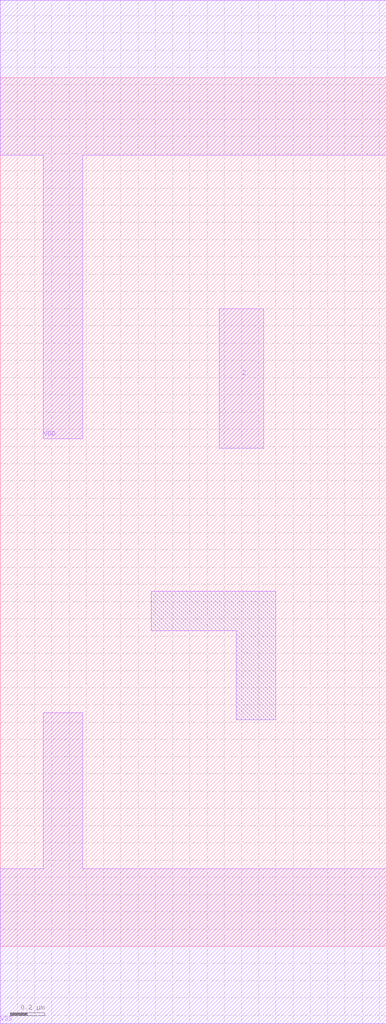
<source format=lef>
# Copyright 2022 GlobalFoundries PDK Authors
#
# Licensed under the Apache License, Version 2.0 (the "License");
# you may not use this file except in compliance with the License.
# You may obtain a copy of the License at
#
#      http://www.apache.org/licenses/LICENSE-2.0
#
# Unless required by applicable law or agreed to in writing, software
# distributed under the License is distributed on an "AS IS" BASIS,
# WITHOUT WARRANTIES OR CONDITIONS OF ANY KIND, either express or implied.
# See the License for the specific language governing permissions and
# limitations under the License.

MACRO gf180mcu_fd_sc_mcu9t5v0__tieh
  CLASS core gf180mcu_fd_sc_mcu9t5v0__tiehIGH ;
  FOREIGN gf180mcu_fd_sc_mcu9t5v0__tieh 0.0 0.0 ;
  ORIGIN 0 0 ;
  SYMMETRY X Y ;
  SITE GF018hv5v_green_sc9 ;
  SIZE 2.24 BY 5.04 ;
  PIN Z
    DIRECTION OUTPUT ;
    ANTENNADIFFAREA 0.396 ;
    PORT
      LAYER Metal1 ;
        POLYGON 1.27 2.89 1.53 2.89 1.53 3.7 1.27 3.7  ;
    END
  END Z
  PIN VDD
    DIRECTION INOUT ;
    USE power ;
    SHAPE ABUTMENT ;
    PORT
      LAYER Metal1 ;
        POLYGON 0 4.59 0.25 4.59 0.25 2.945 0.48 2.945 0.48 4.59 1.6 4.59 2.24 4.59 2.24 5.49 1.6 5.49 0 5.49  ;
    END
  END VDD
  PIN VSS
    DIRECTION INOUT ;
    USE ground ;
    SHAPE ABUTMENT ;
    PORT
      LAYER Metal1 ;
        POLYGON 0 -0.45 2.24 -0.45 2.24 0.45 0.48 0.45 0.48 1.355 0.25 1.355 0.25 0.45 0 0.45  ;
    END
  END VSS
  OBS
      LAYER Metal1 ;
        POLYGON 0.875 1.83 1.37 1.83 1.37 1.315 1.6 1.315 1.6 2.06 0.875 2.06  ;
  END
END gf180mcu_fd_sc_mcu9t5v0__tieh

</source>
